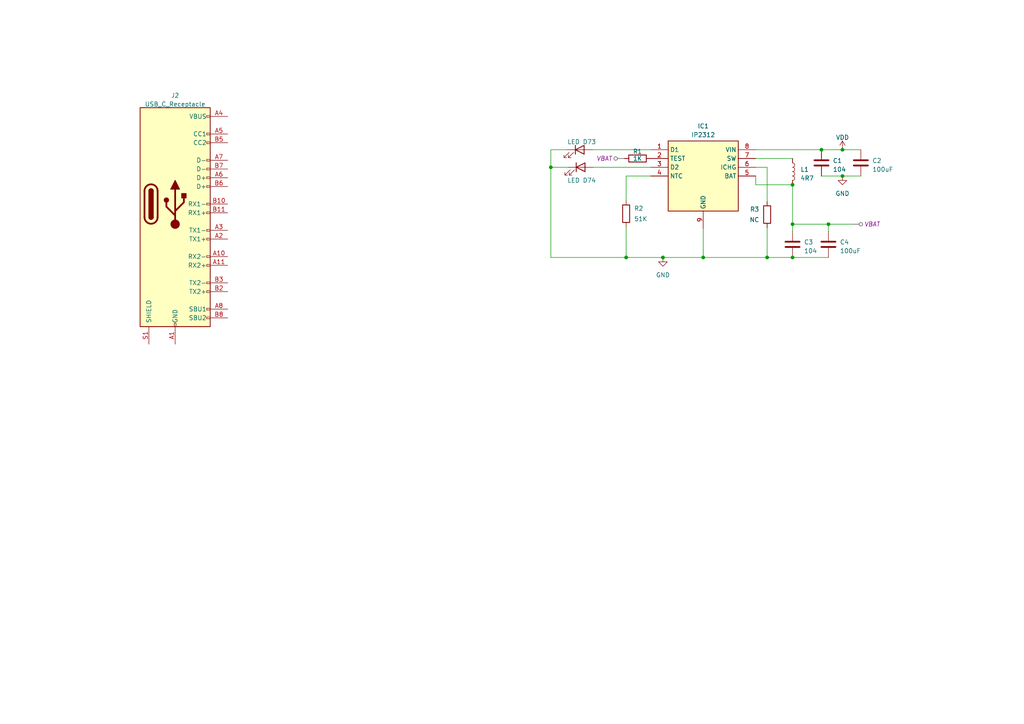
<source format=kicad_sch>
(kicad_sch (version 20230121) (generator eeschema)

  (uuid 4f7940e2-b91b-4252-9e27-e1b6a35ec61b)

  (paper "A4")

  (lib_symbols
    (symbol "Connector:USB_C_Receptacle" (pin_names (offset 1.016)) (in_bom yes) (on_board yes)
      (property "Reference" "J" (at -10.16 29.21 0)
        (effects (font (size 1.27 1.27)) (justify left))
      )
      (property "Value" "USB_C_Receptacle" (at 10.16 29.21 0)
        (effects (font (size 1.27 1.27)) (justify right))
      )
      (property "Footprint" "" (at 3.81 0 0)
        (effects (font (size 1.27 1.27)) hide)
      )
      (property "Datasheet" "https://www.usb.org/sites/default/files/documents/usb_type-c.zip" (at 3.81 0 0)
        (effects (font (size 1.27 1.27)) hide)
      )
      (property "ki_keywords" "usb universal serial bus type-C full-featured" (at 0 0 0)
        (effects (font (size 1.27 1.27)) hide)
      )
      (property "ki_description" "USB Full-Featured Type-C Receptacle connector" (at 0 0 0)
        (effects (font (size 1.27 1.27)) hide)
      )
      (property "ki_fp_filters" "USB*C*Receptacle*" (at 0 0 0)
        (effects (font (size 1.27 1.27)) hide)
      )
      (symbol "USB_C_Receptacle_0_0"
        (rectangle (start -0.254 -35.56) (end 0.254 -34.544)
          (stroke (width 0) (type default))
          (fill (type none))
        )
        (rectangle (start 10.16 -32.766) (end 9.144 -33.274)
          (stroke (width 0) (type default))
          (fill (type none))
        )
        (rectangle (start 10.16 -30.226) (end 9.144 -30.734)
          (stroke (width 0) (type default))
          (fill (type none))
        )
        (rectangle (start 10.16 -25.146) (end 9.144 -25.654)
          (stroke (width 0) (type default))
          (fill (type none))
        )
        (rectangle (start 10.16 -22.606) (end 9.144 -23.114)
          (stroke (width 0) (type default))
          (fill (type none))
        )
        (rectangle (start 10.16 -17.526) (end 9.144 -18.034)
          (stroke (width 0) (type default))
          (fill (type none))
        )
        (rectangle (start 10.16 -14.986) (end 9.144 -15.494)
          (stroke (width 0) (type default))
          (fill (type none))
        )
        (rectangle (start 10.16 -9.906) (end 9.144 -10.414)
          (stroke (width 0) (type default))
          (fill (type none))
        )
        (rectangle (start 10.16 -7.366) (end 9.144 -7.874)
          (stroke (width 0) (type default))
          (fill (type none))
        )
        (rectangle (start 10.16 -2.286) (end 9.144 -2.794)
          (stroke (width 0) (type default))
          (fill (type none))
        )
        (rectangle (start 10.16 0.254) (end 9.144 -0.254)
          (stroke (width 0) (type default))
          (fill (type none))
        )
        (rectangle (start 10.16 5.334) (end 9.144 4.826)
          (stroke (width 0) (type default))
          (fill (type none))
        )
        (rectangle (start 10.16 7.874) (end 9.144 7.366)
          (stroke (width 0) (type default))
          (fill (type none))
        )
        (rectangle (start 10.16 10.414) (end 9.144 9.906)
          (stroke (width 0) (type default))
          (fill (type none))
        )
        (rectangle (start 10.16 12.954) (end 9.144 12.446)
          (stroke (width 0) (type default))
          (fill (type none))
        )
        (rectangle (start 10.16 18.034) (end 9.144 17.526)
          (stroke (width 0) (type default))
          (fill (type none))
        )
        (rectangle (start 10.16 20.574) (end 9.144 20.066)
          (stroke (width 0) (type default))
          (fill (type none))
        )
        (rectangle (start 10.16 25.654) (end 9.144 25.146)
          (stroke (width 0) (type default))
          (fill (type none))
        )
      )
      (symbol "USB_C_Receptacle_0_1"
        (rectangle (start -10.16 27.94) (end 10.16 -35.56)
          (stroke (width 0.254) (type default))
          (fill (type background))
        )
        (arc (start -8.89 -3.81) (mid -6.985 -5.7067) (end -5.08 -3.81)
          (stroke (width 0.508) (type default))
          (fill (type none))
        )
        (arc (start -7.62 -3.81) (mid -6.985 -4.4423) (end -6.35 -3.81)
          (stroke (width 0.254) (type default))
          (fill (type none))
        )
        (arc (start -7.62 -3.81) (mid -6.985 -4.4423) (end -6.35 -3.81)
          (stroke (width 0.254) (type default))
          (fill (type outline))
        )
        (rectangle (start -7.62 -3.81) (end -6.35 3.81)
          (stroke (width 0.254) (type default))
          (fill (type outline))
        )
        (arc (start -6.35 3.81) (mid -6.985 4.4423) (end -7.62 3.81)
          (stroke (width 0.254) (type default))
          (fill (type none))
        )
        (arc (start -6.35 3.81) (mid -6.985 4.4423) (end -7.62 3.81)
          (stroke (width 0.254) (type default))
          (fill (type outline))
        )
        (arc (start -5.08 3.81) (mid -6.985 5.7067) (end -8.89 3.81)
          (stroke (width 0.508) (type default))
          (fill (type none))
        )
        (polyline
          (pts
            (xy -8.89 -3.81)
            (xy -8.89 3.81)
          )
          (stroke (width 0.508) (type default))
          (fill (type none))
        )
        (polyline
          (pts
            (xy -5.08 3.81)
            (xy -5.08 -3.81)
          )
          (stroke (width 0.508) (type default))
          (fill (type none))
        )
      )
      (symbol "USB_C_Receptacle_1_1"
        (circle (center -2.54 1.143) (radius 0.635)
          (stroke (width 0.254) (type default))
          (fill (type outline))
        )
        (circle (center 0 -5.842) (radius 1.27)
          (stroke (width 0) (type default))
          (fill (type outline))
        )
        (polyline
          (pts
            (xy 0 -5.842)
            (xy 0 4.318)
          )
          (stroke (width 0.508) (type default))
          (fill (type none))
        )
        (polyline
          (pts
            (xy 0 -3.302)
            (xy -2.54 -0.762)
            (xy -2.54 0.508)
          )
          (stroke (width 0.508) (type default))
          (fill (type none))
        )
        (polyline
          (pts
            (xy 0 -2.032)
            (xy 2.54 0.508)
            (xy 2.54 1.778)
          )
          (stroke (width 0.508) (type default))
          (fill (type none))
        )
        (polyline
          (pts
            (xy -1.27 4.318)
            (xy 0 6.858)
            (xy 1.27 4.318)
            (xy -1.27 4.318)
          )
          (stroke (width 0.254) (type default))
          (fill (type outline))
        )
        (rectangle (start 1.905 1.778) (end 3.175 3.048)
          (stroke (width 0.254) (type default))
          (fill (type outline))
        )
        (pin passive line (at 0 -40.64 90) (length 5.08)
          (name "GND" (effects (font (size 1.27 1.27))))
          (number "A1" (effects (font (size 1.27 1.27))))
        )
        (pin bidirectional line (at 15.24 -15.24 180) (length 5.08)
          (name "RX2-" (effects (font (size 1.27 1.27))))
          (number "A10" (effects (font (size 1.27 1.27))))
        )
        (pin bidirectional line (at 15.24 -17.78 180) (length 5.08)
          (name "RX2+" (effects (font (size 1.27 1.27))))
          (number "A11" (effects (font (size 1.27 1.27))))
        )
        (pin passive line (at 0 -40.64 90) (length 5.08) hide
          (name "GND" (effects (font (size 1.27 1.27))))
          (number "A12" (effects (font (size 1.27 1.27))))
        )
        (pin bidirectional line (at 15.24 -10.16 180) (length 5.08)
          (name "TX1+" (effects (font (size 1.27 1.27))))
          (number "A2" (effects (font (size 1.27 1.27))))
        )
        (pin bidirectional line (at 15.24 -7.62 180) (length 5.08)
          (name "TX1-" (effects (font (size 1.27 1.27))))
          (number "A3" (effects (font (size 1.27 1.27))))
        )
        (pin passive line (at 15.24 25.4 180) (length 5.08)
          (name "VBUS" (effects (font (size 1.27 1.27))))
          (number "A4" (effects (font (size 1.27 1.27))))
        )
        (pin bidirectional line (at 15.24 20.32 180) (length 5.08)
          (name "CC1" (effects (font (size 1.27 1.27))))
          (number "A5" (effects (font (size 1.27 1.27))))
        )
        (pin bidirectional line (at 15.24 7.62 180) (length 5.08)
          (name "D+" (effects (font (size 1.27 1.27))))
          (number "A6" (effects (font (size 1.27 1.27))))
        )
        (pin bidirectional line (at 15.24 12.7 180) (length 5.08)
          (name "D-" (effects (font (size 1.27 1.27))))
          (number "A7" (effects (font (size 1.27 1.27))))
        )
        (pin bidirectional line (at 15.24 -30.48 180) (length 5.08)
          (name "SBU1" (effects (font (size 1.27 1.27))))
          (number "A8" (effects (font (size 1.27 1.27))))
        )
        (pin passive line (at 15.24 25.4 180) (length 5.08) hide
          (name "VBUS" (effects (font (size 1.27 1.27))))
          (number "A9" (effects (font (size 1.27 1.27))))
        )
        (pin passive line (at 0 -40.64 90) (length 5.08) hide
          (name "GND" (effects (font (size 1.27 1.27))))
          (number "B1" (effects (font (size 1.27 1.27))))
        )
        (pin bidirectional line (at 15.24 0 180) (length 5.08)
          (name "RX1-" (effects (font (size 1.27 1.27))))
          (number "B10" (effects (font (size 1.27 1.27))))
        )
        (pin bidirectional line (at 15.24 -2.54 180) (length 5.08)
          (name "RX1+" (effects (font (size 1.27 1.27))))
          (number "B11" (effects (font (size 1.27 1.27))))
        )
        (pin passive line (at 0 -40.64 90) (length 5.08) hide
          (name "GND" (effects (font (size 1.27 1.27))))
          (number "B12" (effects (font (size 1.27 1.27))))
        )
        (pin bidirectional line (at 15.24 -25.4 180) (length 5.08)
          (name "TX2+" (effects (font (size 1.27 1.27))))
          (number "B2" (effects (font (size 1.27 1.27))))
        )
        (pin bidirectional line (at 15.24 -22.86 180) (length 5.08)
          (name "TX2-" (effects (font (size 1.27 1.27))))
          (number "B3" (effects (font (size 1.27 1.27))))
        )
        (pin passive line (at 15.24 25.4 180) (length 5.08) hide
          (name "VBUS" (effects (font (size 1.27 1.27))))
          (number "B4" (effects (font (size 1.27 1.27))))
        )
        (pin bidirectional line (at 15.24 17.78 180) (length 5.08)
          (name "CC2" (effects (font (size 1.27 1.27))))
          (number "B5" (effects (font (size 1.27 1.27))))
        )
        (pin bidirectional line (at 15.24 5.08 180) (length 5.08)
          (name "D+" (effects (font (size 1.27 1.27))))
          (number "B6" (effects (font (size 1.27 1.27))))
        )
        (pin bidirectional line (at 15.24 10.16 180) (length 5.08)
          (name "D-" (effects (font (size 1.27 1.27))))
          (number "B7" (effects (font (size 1.27 1.27))))
        )
        (pin bidirectional line (at 15.24 -33.02 180) (length 5.08)
          (name "SBU2" (effects (font (size 1.27 1.27))))
          (number "B8" (effects (font (size 1.27 1.27))))
        )
        (pin passive line (at 15.24 25.4 180) (length 5.08) hide
          (name "VBUS" (effects (font (size 1.27 1.27))))
          (number "B9" (effects (font (size 1.27 1.27))))
        )
        (pin passive line (at -7.62 -40.64 90) (length 5.08)
          (name "SHIELD" (effects (font (size 1.27 1.27))))
          (number "S1" (effects (font (size 1.27 1.27))))
        )
      )
    )
    (symbol "Device:C" (pin_numbers hide) (pin_names (offset 0.254)) (in_bom yes) (on_board yes)
      (property "Reference" "C" (at 0.635 2.54 0)
        (effects (font (size 1.27 1.27)) (justify left))
      )
      (property "Value" "C" (at 0.635 -2.54 0)
        (effects (font (size 1.27 1.27)) (justify left))
      )
      (property "Footprint" "" (at 0.9652 -3.81 0)
        (effects (font (size 1.27 1.27)) hide)
      )
      (property "Datasheet" "~" (at 0 0 0)
        (effects (font (size 1.27 1.27)) hide)
      )
      (property "ki_keywords" "cap capacitor" (at 0 0 0)
        (effects (font (size 1.27 1.27)) hide)
      )
      (property "ki_description" "Unpolarized capacitor" (at 0 0 0)
        (effects (font (size 1.27 1.27)) hide)
      )
      (property "ki_fp_filters" "C_*" (at 0 0 0)
        (effects (font (size 1.27 1.27)) hide)
      )
      (symbol "C_0_1"
        (polyline
          (pts
            (xy -2.032 -0.762)
            (xy 2.032 -0.762)
          )
          (stroke (width 0.508) (type default))
          (fill (type none))
        )
        (polyline
          (pts
            (xy -2.032 0.762)
            (xy 2.032 0.762)
          )
          (stroke (width 0.508) (type default))
          (fill (type none))
        )
      )
      (symbol "C_1_1"
        (pin passive line (at 0 3.81 270) (length 2.794)
          (name "~" (effects (font (size 1.27 1.27))))
          (number "1" (effects (font (size 1.27 1.27))))
        )
        (pin passive line (at 0 -3.81 90) (length 2.794)
          (name "~" (effects (font (size 1.27 1.27))))
          (number "2" (effects (font (size 1.27 1.27))))
        )
      )
    )
    (symbol "Device:L" (pin_numbers hide) (pin_names (offset 1.016) hide) (in_bom yes) (on_board yes)
      (property "Reference" "L" (at -1.27 0 90)
        (effects (font (size 1.27 1.27)))
      )
      (property "Value" "L" (at 1.905 0 90)
        (effects (font (size 1.27 1.27)))
      )
      (property "Footprint" "" (at 0 0 0)
        (effects (font (size 1.27 1.27)) hide)
      )
      (property "Datasheet" "~" (at 0 0 0)
        (effects (font (size 1.27 1.27)) hide)
      )
      (property "ki_keywords" "inductor choke coil reactor magnetic" (at 0 0 0)
        (effects (font (size 1.27 1.27)) hide)
      )
      (property "ki_description" "Inductor" (at 0 0 0)
        (effects (font (size 1.27 1.27)) hide)
      )
      (property "ki_fp_filters" "Choke_* *Coil* Inductor_* L_*" (at 0 0 0)
        (effects (font (size 1.27 1.27)) hide)
      )
      (symbol "L_0_1"
        (arc (start 0 -2.54) (mid 0.6323 -1.905) (end 0 -1.27)
          (stroke (width 0) (type default))
          (fill (type none))
        )
        (arc (start 0 -1.27) (mid 0.6323 -0.635) (end 0 0)
          (stroke (width 0) (type default))
          (fill (type none))
        )
        (arc (start 0 0) (mid 0.6323 0.635) (end 0 1.27)
          (stroke (width 0) (type default))
          (fill (type none))
        )
        (arc (start 0 1.27) (mid 0.6323 1.905) (end 0 2.54)
          (stroke (width 0) (type default))
          (fill (type none))
        )
      )
      (symbol "L_1_1"
        (pin passive line (at 0 3.81 270) (length 1.27)
          (name "1" (effects (font (size 1.27 1.27))))
          (number "1" (effects (font (size 1.27 1.27))))
        )
        (pin passive line (at 0 -3.81 90) (length 1.27)
          (name "2" (effects (font (size 1.27 1.27))))
          (number "2" (effects (font (size 1.27 1.27))))
        )
      )
    )
    (symbol "Device:LED" (pin_numbers hide) (pin_names (offset 1.016) hide) (in_bom yes) (on_board yes)
      (property "Reference" "D" (at 0 2.54 0)
        (effects (font (size 1.27 1.27)))
      )
      (property "Value" "LED" (at 0 -2.54 0)
        (effects (font (size 1.27 1.27)))
      )
      (property "Footprint" "" (at 0 0 0)
        (effects (font (size 1.27 1.27)) hide)
      )
      (property "Datasheet" "~" (at 0 0 0)
        (effects (font (size 1.27 1.27)) hide)
      )
      (property "ki_keywords" "LED diode" (at 0 0 0)
        (effects (font (size 1.27 1.27)) hide)
      )
      (property "ki_description" "Light emitting diode" (at 0 0 0)
        (effects (font (size 1.27 1.27)) hide)
      )
      (property "ki_fp_filters" "LED* LED_SMD:* LED_THT:*" (at 0 0 0)
        (effects (font (size 1.27 1.27)) hide)
      )
      (symbol "LED_0_1"
        (polyline
          (pts
            (xy -1.27 -1.27)
            (xy -1.27 1.27)
          )
          (stroke (width 0.254) (type default))
          (fill (type none))
        )
        (polyline
          (pts
            (xy -1.27 0)
            (xy 1.27 0)
          )
          (stroke (width 0) (type default))
          (fill (type none))
        )
        (polyline
          (pts
            (xy 1.27 -1.27)
            (xy 1.27 1.27)
            (xy -1.27 0)
            (xy 1.27 -1.27)
          )
          (stroke (width 0.254) (type default))
          (fill (type none))
        )
        (polyline
          (pts
            (xy -3.048 -0.762)
            (xy -4.572 -2.286)
            (xy -3.81 -2.286)
            (xy -4.572 -2.286)
            (xy -4.572 -1.524)
          )
          (stroke (width 0) (type default))
          (fill (type none))
        )
        (polyline
          (pts
            (xy -1.778 -0.762)
            (xy -3.302 -2.286)
            (xy -2.54 -2.286)
            (xy -3.302 -2.286)
            (xy -3.302 -1.524)
          )
          (stroke (width 0) (type default))
          (fill (type none))
        )
      )
      (symbol "LED_1_1"
        (pin passive line (at -3.81 0 0) (length 2.54)
          (name "K" (effects (font (size 1.27 1.27))))
          (number "1" (effects (font (size 1.27 1.27))))
        )
        (pin passive line (at 3.81 0 180) (length 2.54)
          (name "A" (effects (font (size 1.27 1.27))))
          (number "2" (effects (font (size 1.27 1.27))))
        )
      )
    )
    (symbol "Device:R" (pin_numbers hide) (pin_names (offset 0)) (in_bom yes) (on_board yes)
      (property "Reference" "R" (at 2.032 0 90)
        (effects (font (size 1.27 1.27)))
      )
      (property "Value" "R" (at 0 0 90)
        (effects (font (size 1.27 1.27)))
      )
      (property "Footprint" "" (at -1.778 0 90)
        (effects (font (size 1.27 1.27)) hide)
      )
      (property "Datasheet" "~" (at 0 0 0)
        (effects (font (size 1.27 1.27)) hide)
      )
      (property "ki_keywords" "R res resistor" (at 0 0 0)
        (effects (font (size 1.27 1.27)) hide)
      )
      (property "ki_description" "Resistor" (at 0 0 0)
        (effects (font (size 1.27 1.27)) hide)
      )
      (property "ki_fp_filters" "R_*" (at 0 0 0)
        (effects (font (size 1.27 1.27)) hide)
      )
      (symbol "R_0_1"
        (rectangle (start -1.016 -2.54) (end 1.016 2.54)
          (stroke (width 0.254) (type default))
          (fill (type none))
        )
      )
      (symbol "R_1_1"
        (pin passive line (at 0 3.81 270) (length 1.27)
          (name "~" (effects (font (size 1.27 1.27))))
          (number "1" (effects (font (size 1.27 1.27))))
        )
        (pin passive line (at 0 -3.81 90) (length 1.27)
          (name "~" (effects (font (size 1.27 1.27))))
          (number "2" (effects (font (size 1.27 1.27))))
        )
      )
    )
    (symbol "GND_1" (power) (pin_numbers hide) (pin_names (offset 0) hide) (in_bom yes) (on_board yes)
      (property "Reference" "#PWR" (at 0 -6.35 0)
        (effects (font (size 1.27 1.27)) hide)
      )
      (property "Value" "GND_1" (at 0 -3.81 0)
        (effects (font (size 1.27 1.27)))
      )
      (property "Footprint" "" (at 0 0 0)
        (effects (font (size 1.27 1.27)) hide)
      )
      (property "Datasheet" "" (at 0 0 0)
        (effects (font (size 1.27 1.27)) hide)
      )
      (property "ki_keywords" "global power" (at 0 0 0)
        (effects (font (size 1.27 1.27)) hide)
      )
      (property "ki_description" "Power symbol creates a global label with name \"GND\" , ground" (at 0 0 0)
        (effects (font (size 1.27 1.27)) hide)
      )
      (symbol "GND_1_0_1"
        (polyline
          (pts
            (xy 0 0)
            (xy 0 -1.27)
            (xy 1.27 -1.27)
            (xy 0 -2.54)
            (xy -1.27 -1.27)
            (xy 0 -1.27)
          )
          (stroke (width 0) (type default))
          (fill (type none))
        )
      )
      (symbol "GND_1_1_1"
        (pin power_in line (at 0 0 270) (length 0) hide
          (name "GND" (effects (font (size 1.27 1.27))))
          (number "1" (effects (font (size 1.27 1.27))))
        )
      )
    )
    (symbol "IP2312:IP2312" (in_bom yes) (on_board yes)
      (property "Reference" "IC" (at 26.67 7.62 0)
        (effects (font (size 1.27 1.27)) (justify left top))
      )
      (property "Value" "IP2312" (at 26.67 5.08 0)
        (effects (font (size 1.27 1.27)) (justify left top))
      )
      (property "Footprint" "SOIC127P600X165-9N" (at 26.67 -94.92 0)
        (effects (font (size 1.27 1.27)) (justify left top) hide)
      )
      (property "Datasheet" "http://www.szjuquan.com/upload_files/qb_sell_/pdf/IP2312.pdf" (at 26.67 -194.92 0)
        (effects (font (size 1.27 1.27)) (justify left top) hide)
      )
      (property "Height" "1.65" (at 26.67 -394.92 0)
        (effects (font (size 1.27 1.27)) (justify left top) hide)
      )
      (property "Manufacturer_Name" "INJOINIC" (at 26.67 -494.92 0)
        (effects (font (size 1.27 1.27)) (justify left top) hide)
      )
      (property "Manufacturer_Part_Number" "IP2312" (at 26.67 -594.92 0)
        (effects (font (size 1.27 1.27)) (justify left top) hide)
      )
      (property "Mouser Part Number" "" (at 26.67 -694.92 0)
        (effects (font (size 1.27 1.27)) (justify left top) hide)
      )
      (property "Mouser Price/Stock" "" (at 26.67 -794.92 0)
        (effects (font (size 1.27 1.27)) (justify left top) hide)
      )
      (property "Arrow Part Number" "" (at 26.67 -894.92 0)
        (effects (font (size 1.27 1.27)) (justify left top) hide)
      )
      (property "Arrow Price/Stock" "" (at 26.67 -994.92 0)
        (effects (font (size 1.27 1.27)) (justify left top) hide)
      )
      (property "ki_description" "ESOP-8L DC-DC Converters RoHS" (at 0 0 0)
        (effects (font (size 1.27 1.27)) hide)
      )
      (symbol "IP2312_1_1"
        (rectangle (start 5.08 2.54) (end 25.4 -17.78)
          (stroke (width 0.254) (type default))
          (fill (type background))
        )
        (pin passive line (at 0 0 0) (length 5.08)
          (name "D1" (effects (font (size 1.27 1.27))))
          (number "1" (effects (font (size 1.27 1.27))))
        )
        (pin passive line (at 0 -2.54 0) (length 5.08)
          (name "TEST" (effects (font (size 1.27 1.27))))
          (number "2" (effects (font (size 1.27 1.27))))
        )
        (pin passive line (at 0 -5.08 0) (length 5.08)
          (name "D2" (effects (font (size 1.27 1.27))))
          (number "3" (effects (font (size 1.27 1.27))))
        )
        (pin passive line (at 0 -7.62 0) (length 5.08)
          (name "NTC" (effects (font (size 1.27 1.27))))
          (number "4" (effects (font (size 1.27 1.27))))
        )
        (pin passive line (at 30.48 -7.62 180) (length 5.08)
          (name "BAT" (effects (font (size 1.27 1.27))))
          (number "5" (effects (font (size 1.27 1.27))))
        )
        (pin passive line (at 30.48 -5.08 180) (length 5.08)
          (name "ICHG" (effects (font (size 1.27 1.27))))
          (number "6" (effects (font (size 1.27 1.27))))
        )
        (pin passive line (at 30.48 -2.54 180) (length 5.08)
          (name "SW" (effects (font (size 1.27 1.27))))
          (number "7" (effects (font (size 1.27 1.27))))
        )
        (pin passive line (at 30.48 0 180) (length 5.08)
          (name "VIN" (effects (font (size 1.27 1.27))))
          (number "8" (effects (font (size 1.27 1.27))))
        )
        (pin passive line (at 15.24 -22.86 90) (length 5.08)
          (name "GND" (effects (font (size 1.27 1.27))))
          (number "9" (effects (font (size 1.27 1.27))))
        )
      )
    )
    (symbol "VDD_1" (power) (pin_numbers hide) (pin_names (offset 0) hide) (in_bom yes) (on_board yes)
      (property "Reference" "#PWR" (at 0 -3.81 0)
        (effects (font (size 1.27 1.27)) hide)
      )
      (property "Value" "VDD_1" (at 0 3.81 0)
        (effects (font (size 1.27 1.27)))
      )
      (property "Footprint" "" (at 0 0 0)
        (effects (font (size 1.27 1.27)) hide)
      )
      (property "Datasheet" "" (at 0 0 0)
        (effects (font (size 1.27 1.27)) hide)
      )
      (property "ki_keywords" "global power" (at 0 0 0)
        (effects (font (size 1.27 1.27)) hide)
      )
      (property "ki_description" "Power symbol creates a global label with name \"VDD\"" (at 0 0 0)
        (effects (font (size 1.27 1.27)) hide)
      )
      (symbol "VDD_1_0_1"
        (polyline
          (pts
            (xy -0.762 1.27)
            (xy 0 2.54)
          )
          (stroke (width 0) (type default))
          (fill (type none))
        )
        (polyline
          (pts
            (xy 0 0)
            (xy 0 2.54)
          )
          (stroke (width 0) (type default))
          (fill (type none))
        )
        (polyline
          (pts
            (xy 0 2.54)
            (xy 0.762 1.27)
          )
          (stroke (width 0) (type default))
          (fill (type none))
        )
      )
      (symbol "VDD_1_1_1"
        (pin power_in line (at 0 0 90) (length 0) hide
          (name "VDD" (effects (font (size 1.27 1.27))))
          (number "1" (effects (font (size 1.27 1.27))))
        )
      )
    )
    (symbol "power:GND" (power) (pin_numbers hide) (pin_names (offset 0) hide) (in_bom yes) (on_board yes)
      (property "Reference" "#PWR" (at 0 -6.35 0)
        (effects (font (size 1.27 1.27)) hide)
      )
      (property "Value" "GND" (at 0 -3.81 0)
        (effects (font (size 1.27 1.27)))
      )
      (property "Footprint" "" (at 0 0 0)
        (effects (font (size 1.27 1.27)) hide)
      )
      (property "Datasheet" "" (at 0 0 0)
        (effects (font (size 1.27 1.27)) hide)
      )
      (property "ki_keywords" "global power" (at 0 0 0)
        (effects (font (size 1.27 1.27)) hide)
      )
      (property "ki_description" "Power symbol creates a global label with name \"GND\" , ground" (at 0 0 0)
        (effects (font (size 1.27 1.27)) hide)
      )
      (symbol "GND_0_1"
        (polyline
          (pts
            (xy 0 0)
            (xy 0 -1.27)
            (xy 1.27 -1.27)
            (xy 0 -2.54)
            (xy -1.27 -1.27)
            (xy 0 -1.27)
          )
          (stroke (width 0) (type default))
          (fill (type none))
        )
      )
      (symbol "GND_1_1"
        (pin power_in line (at 0 0 270) (length 0) hide
          (name "GND" (effects (font (size 1.27 1.27))))
          (number "1" (effects (font (size 1.27 1.27))))
        )
      )
    )
  )

  (junction (at 229.87 74.676) (diameter 0) (color 0 0 0 0)
    (uuid 01305aae-cb05-41e7-8dc5-5f089b957221)
  )
  (junction (at 229.87 53.594) (diameter 0) (color 0 0 0 0)
    (uuid 16a1e78d-192f-4a51-b638-3d043c00edb5)
  )
  (junction (at 244.348 43.434) (diameter 0) (color 0 0 0 0)
    (uuid 67c481bc-0a9e-4a76-bf62-704eb4b7aa8f)
  )
  (junction (at 229.87 65.024) (diameter 0) (color 0 0 0 0)
    (uuid 6eac5d59-12c8-4f3c-af92-51acb6a955e5)
  )
  (junction (at 192.278 74.676) (diameter 0) (color 0 0 0 0)
    (uuid 79a57c7f-eb65-4c4a-ab25-96b6775dff28)
  )
  (junction (at 240.284 65.024) (diameter 0) (color 0 0 0 0)
    (uuid 88f7bfd5-7f8f-4f39-9286-0d372045db66)
  )
  (junction (at 222.504 74.676) (diameter 0) (color 0 0 0 0)
    (uuid a34e64f9-2548-463b-81d8-87ef0cc1286d)
  )
  (junction (at 238.252 43.434) (diameter 0) (color 0 0 0 0)
    (uuid b11cc41b-f652-4eaa-b4fe-69508aaf98cb)
  )
  (junction (at 203.962 74.676) (diameter 0) (color 0 0 0 0)
    (uuid be4e8dae-f8fd-4901-adf8-100caa0cead7)
  )
  (junction (at 181.61 74.676) (diameter 0) (color 0 0 0 0)
    (uuid c3dcee97-c3cb-430b-b83b-a8ecd44de862)
  )
  (junction (at 159.766 48.514) (diameter 0) (color 0 0 0 0)
    (uuid cee0fd0b-14d3-4b81-85f5-813997b7d689)
  )
  (junction (at 244.348 51.054) (diameter 0) (color 0 0 0 0)
    (uuid e64d0f7c-a0aa-4ed6-87bf-f30a333b06dc)
  )

  (wire (pts (xy 244.348 43.434) (xy 249.682 43.434))
    (stroke (width 0) (type default))
    (uuid 041b8332-2990-492a-8268-6a30e2146a09)
  )
  (wire (pts (xy 222.504 48.514) (xy 219.202 48.514))
    (stroke (width 0) (type default))
    (uuid 0a915d65-4972-42d7-a32a-322783860d8a)
  )
  (wire (pts (xy 181.61 74.676) (xy 192.278 74.676))
    (stroke (width 0) (type default))
    (uuid 11c711c1-c1da-4c2a-bbae-fdc4264187dc)
  )
  (wire (pts (xy 229.87 65.024) (xy 240.284 65.024))
    (stroke (width 0) (type default))
    (uuid 15dd2093-e882-4627-9a81-af7e9d10028e)
  )
  (wire (pts (xy 192.278 74.676) (xy 203.962 74.676))
    (stroke (width 0) (type default))
    (uuid 17f12a9a-fa90-4b4f-90bc-36a868faadb9)
  )
  (wire (pts (xy 222.504 66.04) (xy 222.504 74.676))
    (stroke (width 0) (type default))
    (uuid 1f51ddd3-e5bb-4d06-84f3-2a0cc0b9a11c)
  )
  (wire (pts (xy 219.202 51.054) (xy 219.202 53.594))
    (stroke (width 0) (type default))
    (uuid 2018c97b-bba7-4fde-b67c-2069bd91cf49)
  )
  (wire (pts (xy 172.212 48.514) (xy 188.722 48.514))
    (stroke (width 0) (type default))
    (uuid 25870d55-4fea-4feb-8d7f-317e25f497a1)
  )
  (wire (pts (xy 240.284 65.024) (xy 247.142 65.024))
    (stroke (width 0) (type default))
    (uuid 26553689-d899-4d8a-b63b-a1f5096db7b7)
  )
  (wire (pts (xy 159.766 43.434) (xy 159.766 48.514))
    (stroke (width 0) (type default))
    (uuid 30c1526a-7e20-4d78-96f7-dab1dbe321d5)
  )
  (wire (pts (xy 171.958 43.434) (xy 188.722 43.434))
    (stroke (width 0) (type default))
    (uuid 3a0e58ff-297f-4f59-82b9-11140849286f)
  )
  (wire (pts (xy 222.504 74.676) (xy 229.87 74.676))
    (stroke (width 0) (type default))
    (uuid 5140c7ee-87db-41da-8b7a-69389754d35b)
  )
  (wire (pts (xy 238.252 51.054) (xy 244.348 51.054))
    (stroke (width 0) (type default))
    (uuid 5edf21c7-ef5a-4b36-9da8-71fdf449be3a)
  )
  (wire (pts (xy 229.87 74.676) (xy 240.284 74.676))
    (stroke (width 0) (type default))
    (uuid 67a792b0-cf88-4f70-91e4-bd36ff0968f5)
  )
  (wire (pts (xy 219.202 53.594) (xy 229.87 53.594))
    (stroke (width 0) (type default))
    (uuid 77f2f530-667e-4d66-83d4-148d84cf87d1)
  )
  (wire (pts (xy 159.766 74.676) (xy 181.61 74.676))
    (stroke (width 0) (type default))
    (uuid 7bd61336-af06-4cf5-976a-cfd201691bf0)
  )
  (wire (pts (xy 159.766 43.434) (xy 164.338 43.434))
    (stroke (width 0) (type default))
    (uuid 7d2780a3-2887-4082-8d3a-b35851db1c39)
  )
  (wire (pts (xy 222.504 48.514) (xy 222.504 58.42))
    (stroke (width 0) (type default))
    (uuid 84de7d80-b3ca-486b-bbb5-8c23c45b4155)
  )
  (wire (pts (xy 219.202 45.974) (xy 229.87 45.974))
    (stroke (width 0) (type default))
    (uuid 8833040e-4fca-4b54-bdee-46b8b867d618)
  )
  (wire (pts (xy 164.592 48.514) (xy 159.766 48.514))
    (stroke (width 0) (type default))
    (uuid 8bc22440-41b2-4bac-a65e-57d2fa22f927)
  )
  (wire (pts (xy 181.61 65.786) (xy 181.61 74.676))
    (stroke (width 0) (type default))
    (uuid 93e0ba67-c06f-4cc8-a0ce-d85be676152f)
  )
  (wire (pts (xy 181.61 51.054) (xy 181.61 58.166))
    (stroke (width 0) (type default))
    (uuid 9ec134fc-04cb-4c66-b5bd-26e752a873c3)
  )
  (wire (pts (xy 222.504 74.676) (xy 203.962 74.676))
    (stroke (width 0) (type default))
    (uuid a00797f1-5b70-4808-873e-dc7b0e456612)
  )
  (wire (pts (xy 229.87 65.024) (xy 229.87 53.594))
    (stroke (width 0) (type default))
    (uuid a4057a6c-9427-4937-9f0b-597d7e16ab62)
  )
  (wire (pts (xy 238.252 43.434) (xy 244.348 43.434))
    (stroke (width 0) (type default))
    (uuid ba28ba0e-390a-4d8c-99cd-c02f6da50f68)
  )
  (wire (pts (xy 159.766 48.514) (xy 159.766 74.676))
    (stroke (width 0) (type default))
    (uuid bbee4d0b-83b7-4a76-a908-39671bffbac5)
  )
  (wire (pts (xy 188.722 51.054) (xy 181.61 51.054))
    (stroke (width 0) (type default))
    (uuid bded3277-c624-46f6-888b-3b4eb9f290fd)
  )
  (wire (pts (xy 240.284 67.056) (xy 240.284 65.024))
    (stroke (width 0) (type default))
    (uuid c8cccbcd-65e4-4b75-9a66-bd6f318a2281)
  )
  (wire (pts (xy 244.348 51.054) (xy 249.682 51.054))
    (stroke (width 0) (type default))
    (uuid cea2010e-e6b2-42b3-9089-4d62c295524a)
  )
  (wire (pts (xy 203.962 74.676) (xy 203.962 66.294))
    (stroke (width 0) (type default))
    (uuid dd2d414e-c00b-4c55-bd34-a13deac89a59)
  )
  (wire (pts (xy 219.202 43.434) (xy 238.252 43.434))
    (stroke (width 0) (type default))
    (uuid fcd06507-7f7c-406c-b618-49b2165aa34c)
  )
  (wire (pts (xy 229.87 67.056) (xy 229.87 65.024))
    (stroke (width 0) (type default))
    (uuid ff9cd769-c084-433a-83b4-9093ef66c5b9)
  )

  (netclass_flag "" (length 2.54) (shape round) (at 247.142 65.024 270)
    (effects (font (size 1.27 1.27)) (justify right bottom))
    (uuid 9e2557a7-5dd1-4eee-a603-634a013e997e)
    (property "Netclass" "VBAT" (at 255.27 65.024 0)
      (effects (font (size 1.27 1.27) italic) (justify right))
    )
  )
  (netclass_flag "" (length 2.54) (shape round) (at 181.102 45.974 90)
    (effects (font (size 1.27 1.27)) (justify left bottom))
    (uuid a9860c46-a6f9-4fab-ad7f-52fcb27879c3)
    (property "Netclass" "VBAT" (at 172.974 45.974 0)
      (effects (font (size 1.27 1.27) italic) (justify left))
    )
  )

  (symbol (lib_id "Device:C") (at 229.87 70.866 0) (unit 1)
    (in_bom yes) (on_board yes) (dnp no) (fields_autoplaced)
    (uuid 0ab36be7-c772-4639-88fb-162029ba4d0c)
    (property "Reference" "C3" (at 233.172 70.231 0)
      (effects (font (size 1.27 1.27)) (justify left))
    )
    (property "Value" "104" (at 233.172 72.771 0)
      (effects (font (size 1.27 1.27)) (justify left))
    )
    (property "Footprint" "" (at 230.8352 74.676 0)
      (effects (font (size 1.27 1.27)) hide)
    )
    (property "Datasheet" "~" (at 229.87 70.866 0)
      (effects (font (size 1.27 1.27)) hide)
    )
    (pin "1" (uuid df3a2ce0-74b8-48f5-bf49-743a26bd101c))
    (pin "2" (uuid 8dad1886-730f-41b0-b081-c97835d8cfc1))
    (instances
      (project "hazzel_right"
        (path "/0c58979d-0266-4c3b-8be3-5cbd68db6aec/8cfd6f2e-efb2-4fc8-9b80-cb161925a9ab"
          (reference "C3") (unit 1)
        )
      )
    )
  )

  (symbol (lib_id "power:GND") (at 192.278 74.676 0) (unit 1)
    (in_bom yes) (on_board yes) (dnp no) (fields_autoplaced)
    (uuid 24579e46-0c79-441f-989a-46dd66809d31)
    (property "Reference" "#PWR01" (at 192.278 81.026 0)
      (effects (font (size 1.27 1.27)) hide)
    )
    (property "Value" "GND" (at 192.278 79.756 0)
      (effects (font (size 1.27 1.27)))
    )
    (property "Footprint" "" (at 192.278 74.676 0)
      (effects (font (size 1.27 1.27)) hide)
    )
    (property "Datasheet" "" (at 192.278 74.676 0)
      (effects (font (size 1.27 1.27)) hide)
    )
    (pin "1" (uuid fff86a1a-afb9-4ab3-89ef-92773cede268))
    (instances
      (project "hazzel_right"
        (path "/0c58979d-0266-4c3b-8be3-5cbd68db6aec"
          (reference "#PWR01") (unit 1)
        )
        (path "/0c58979d-0266-4c3b-8be3-5cbd68db6aec/8e514dfd-cddf-4ee2-b1c1-5704f6f068da"
          (reference "#PWR02") (unit 1)
        )
        (path "/0c58979d-0266-4c3b-8be3-5cbd68db6aec/8cfd6f2e-efb2-4fc8-9b80-cb161925a9ab"
          (reference "#PWR05") (unit 1)
        )
      )
      (project "hazzel_left"
        (path "/fbfe9e9f-31dd-43dd-9fbe-9e4bf26e2eb2"
          (reference "#PWR01") (unit 1)
        )
      )
    )
  )

  (symbol (lib_id "Device:R") (at 222.504 62.23 0) (mirror y) (unit 1)
    (in_bom yes) (on_board yes) (dnp no)
    (uuid 38890c62-4fb2-4535-8b39-768a35756014)
    (property "Reference" "R3" (at 220.218 60.706 0)
      (effects (font (size 1.27 1.27)) (justify left))
    )
    (property "Value" "NC" (at 220.218 63.754 0)
      (effects (font (size 1.27 1.27)) (justify left))
    )
    (property "Footprint" "" (at 224.282 62.23 90)
      (effects (font (size 1.27 1.27)) hide)
    )
    (property "Datasheet" "~" (at 222.504 62.23 0)
      (effects (font (size 1.27 1.27)) hide)
    )
    (pin "1" (uuid e7c9f6f1-ffcf-4c61-9393-93b7445ddaef))
    (pin "2" (uuid 4ddf6580-2b5b-43b8-b123-5608632085c9))
    (instances
      (project "hazzel_right"
        (path "/0c58979d-0266-4c3b-8be3-5cbd68db6aec/8cfd6f2e-efb2-4fc8-9b80-cb161925a9ab"
          (reference "R3") (unit 1)
        )
      )
    )
  )

  (symbol (lib_id "Device:C") (at 238.252 47.244 0) (unit 1)
    (in_bom yes) (on_board yes) (dnp no) (fields_autoplaced)
    (uuid 446816df-b9ff-4f75-9e37-d0e2d292de7e)
    (property "Reference" "C1" (at 241.554 46.609 0)
      (effects (font (size 1.27 1.27)) (justify left))
    )
    (property "Value" "104" (at 241.554 49.149 0)
      (effects (font (size 1.27 1.27)) (justify left))
    )
    (property "Footprint" "" (at 239.2172 51.054 0)
      (effects (font (size 1.27 1.27)) hide)
    )
    (property "Datasheet" "~" (at 238.252 47.244 0)
      (effects (font (size 1.27 1.27)) hide)
    )
    (pin "1" (uuid 094b9bec-8b63-4005-980f-8f6d132d1d38))
    (pin "2" (uuid a247bf24-0551-41f0-ad63-3445fdda7c9f))
    (instances
      (project "hazzel_right"
        (path "/0c58979d-0266-4c3b-8be3-5cbd68db6aec/8cfd6f2e-efb2-4fc8-9b80-cb161925a9ab"
          (reference "C1") (unit 1)
        )
      )
    )
  )

  (symbol (lib_id "IP2312:IP2312") (at 188.722 43.434 0) (unit 1)
    (in_bom yes) (on_board yes) (dnp no) (fields_autoplaced)
    (uuid 52e2b14c-83b3-4105-af98-c62c96036b88)
    (property "Reference" "IC1" (at 203.962 36.576 0)
      (effects (font (size 1.27 1.27)))
    )
    (property "Value" "IP2312" (at 203.962 39.116 0)
      (effects (font (size 1.27 1.27)))
    )
    (property "Footprint" "SOIC127P600X165-9N" (at 215.392 138.354 0)
      (effects (font (size 1.27 1.27)) (justify left top) hide)
    )
    (property "Datasheet" "http://www.szjuquan.com/upload_files/qb_sell_/pdf/IP2312.pdf" (at 215.392 238.354 0)
      (effects (font (size 1.27 1.27)) (justify left top) hide)
    )
    (property "Height" "1.65" (at 215.392 438.354 0)
      (effects (font (size 1.27 1.27)) (justify left top) hide)
    )
    (property "Manufacturer_Name" "INJOINIC" (at 215.392 538.354 0)
      (effects (font (size 1.27 1.27)) (justify left top) hide)
    )
    (property "Manufacturer_Part_Number" "IP2312" (at 215.392 638.354 0)
      (effects (font (size 1.27 1.27)) (justify left top) hide)
    )
    (property "Mouser Part Number" "" (at 215.392 738.354 0)
      (effects (font (size 1.27 1.27)) (justify left top) hide)
    )
    (property "Mouser Price/Stock" "" (at 215.392 838.354 0)
      (effects (font (size 1.27 1.27)) (justify left top) hide)
    )
    (property "Arrow Part Number" "" (at 215.392 938.354 0)
      (effects (font (size 1.27 1.27)) (justify left top) hide)
    )
    (property "Arrow Price/Stock" "" (at 215.392 1038.354 0)
      (effects (font (size 1.27 1.27)) (justify left top) hide)
    )
    (pin "1" (uuid a2d635aa-96c5-4747-a676-6becf94133ca))
    (pin "2" (uuid 7fd8114b-bcac-4725-8ed3-2c83bc2de8ce))
    (pin "3" (uuid 21c42d40-d6c8-49d6-afb0-b15be56063bf))
    (pin "4" (uuid 268df3d9-327e-4970-bb57-02494651f52e))
    (pin "5" (uuid 90ae245c-2d70-4d16-81a6-2f62fcecdaeb))
    (pin "6" (uuid f3910f7e-604b-4beb-ae6b-6ca747c20e79))
    (pin "7" (uuid c1fb0a71-7b85-482f-8037-2b688e62ed9a))
    (pin "8" (uuid 58313ca4-7568-4bd4-9004-c747fd9817d3))
    (pin "9" (uuid ef274c71-0aa8-4fb9-b58c-1e89c005318d))
    (instances
      (project "hazzel_right"
        (path "/0c58979d-0266-4c3b-8be3-5cbd68db6aec/8cfd6f2e-efb2-4fc8-9b80-cb161925a9ab"
          (reference "IC1") (unit 1)
        )
      )
    )
  )

  (symbol (lib_id "Device:L") (at 229.87 49.784 0) (unit 1)
    (in_bom yes) (on_board yes) (dnp no) (fields_autoplaced)
    (uuid 648e805a-8629-46fe-807c-1449aab01014)
    (property "Reference" "L1" (at 232.156 49.149 0)
      (effects (font (size 1.27 1.27)) (justify left))
    )
    (property "Value" "4R7" (at 232.156 51.689 0)
      (effects (font (size 1.27 1.27)) (justify left))
    )
    (property "Footprint" "" (at 229.87 49.784 0)
      (effects (font (size 1.27 1.27)) hide)
    )
    (property "Datasheet" "~" (at 229.87 49.784 0)
      (effects (font (size 1.27 1.27)) hide)
    )
    (pin "1" (uuid a000d20d-0658-4cba-adaa-66bc3475a28e))
    (pin "2" (uuid 43d7dd9c-2738-4838-9c51-3c298e388ed9))
    (instances
      (project "hazzel_right"
        (path "/0c58979d-0266-4c3b-8be3-5cbd68db6aec/8cfd6f2e-efb2-4fc8-9b80-cb161925a9ab"
          (reference "L1") (unit 1)
        )
      )
    )
  )

  (symbol (lib_id "Device:R") (at 184.912 45.974 90) (unit 1)
    (in_bom yes) (on_board yes) (dnp no)
    (uuid 71be3af3-baee-4549-85f4-04dec27afae3)
    (property "Reference" "R1" (at 184.912 43.942 90)
      (effects (font (size 1.27 1.27)))
    )
    (property "Value" "1K" (at 184.912 45.974 90)
      (effects (font (size 1.27 1.27)))
    )
    (property "Footprint" "Resistor_SMD:R_0603_1608Metric" (at 184.912 47.752 90)
      (effects (font (size 1.27 1.27)) hide)
    )
    (property "Datasheet" "~" (at 184.912 45.974 0)
      (effects (font (size 1.27 1.27)) hide)
    )
    (pin "1" (uuid 3a3a7f3e-e847-4a0f-8a6f-e2a5836a9c02))
    (pin "2" (uuid b5492354-88fc-4d4e-8c85-811820000ed8))
    (instances
      (project "hazzel_right"
        (path "/0c58979d-0266-4c3b-8be3-5cbd68db6aec/8cfd6f2e-efb2-4fc8-9b80-cb161925a9ab"
          (reference "R1") (unit 1)
        )
      )
    )
  )

  (symbol (lib_name "GND_1") (lib_id "power:GND") (at 244.348 51.054 0) (unit 1)
    (in_bom yes) (on_board yes) (dnp no) (fields_autoplaced)
    (uuid 7aa83ecd-09fb-42d4-9d6b-7eeb5ab2a231)
    (property "Reference" "#PWR01" (at 244.348 57.404 0)
      (effects (font (size 1.27 1.27)) hide)
    )
    (property "Value" "GND" (at 244.348 56.134 0)
      (effects (font (size 1.27 1.27)))
    )
    (property "Footprint" "" (at 244.348 51.054 0)
      (effects (font (size 1.27 1.27)) hide)
    )
    (property "Datasheet" "" (at 244.348 51.054 0)
      (effects (font (size 1.27 1.27)) hide)
    )
    (pin "1" (uuid 215d73f6-c5c7-4632-9e2e-11c71ce17513))
    (instances
      (project "hazzel_right"
        (path "/0c58979d-0266-4c3b-8be3-5cbd68db6aec"
          (reference "#PWR01") (unit 1)
        )
        (path "/0c58979d-0266-4c3b-8be3-5cbd68db6aec/8e514dfd-cddf-4ee2-b1c1-5704f6f068da"
          (reference "#PWR02") (unit 1)
        )
        (path "/0c58979d-0266-4c3b-8be3-5cbd68db6aec/8cfd6f2e-efb2-4fc8-9b80-cb161925a9ab"
          (reference "#PWR06") (unit 1)
        )
      )
      (project "hazzel_left"
        (path "/fbfe9e9f-31dd-43dd-9fbe-9e4bf26e2eb2"
          (reference "#PWR01") (unit 1)
        )
      )
    )
  )

  (symbol (lib_id "Device:C") (at 240.284 70.866 0) (unit 1)
    (in_bom yes) (on_board yes) (dnp no) (fields_autoplaced)
    (uuid 7b62feab-7748-4122-88e3-e36da6efb393)
    (property "Reference" "C4" (at 243.586 70.231 0)
      (effects (font (size 1.27 1.27)) (justify left))
    )
    (property "Value" "100uF" (at 243.586 72.771 0)
      (effects (font (size 1.27 1.27)) (justify left))
    )
    (property "Footprint" "" (at 241.2492 74.676 0)
      (effects (font (size 1.27 1.27)) hide)
    )
    (property "Datasheet" "~" (at 240.284 70.866 0)
      (effects (font (size 1.27 1.27)) hide)
    )
    (pin "1" (uuid c8b3b94f-c597-4414-9544-56509c347135))
    (pin "2" (uuid 193bf20b-3c68-47dd-a2c4-013614c055f2))
    (instances
      (project "hazzel_right"
        (path "/0c58979d-0266-4c3b-8be3-5cbd68db6aec/8cfd6f2e-efb2-4fc8-9b80-cb161925a9ab"
          (reference "C4") (unit 1)
        )
      )
    )
  )

  (symbol (lib_id "Device:LED") (at 168.402 48.514 0) (unit 1)
    (in_bom yes) (on_board yes) (dnp no)
    (uuid 875fe457-eff7-42b6-a81f-334575bb31a1)
    (property "Reference" "D74" (at 170.942 52.324 0)
      (effects (font (size 1.27 1.27)))
    )
    (property "Value" "LED" (at 166.37 52.324 0)
      (effects (font (size 1.27 1.27)))
    )
    (property "Footprint" "" (at 168.402 48.514 0)
      (effects (font (size 1.27 1.27)) hide)
    )
    (property "Datasheet" "~" (at 168.402 48.514 0)
      (effects (font (size 1.27 1.27)) hide)
    )
    (pin "1" (uuid 4b971301-f9a2-46f2-9e3f-6fd628161fa7))
    (pin "2" (uuid 42e6c4c1-ee67-4773-a367-560b9ce38a0e))
    (instances
      (project "hazzel_right"
        (path "/0c58979d-0266-4c3b-8be3-5cbd68db6aec/8cfd6f2e-efb2-4fc8-9b80-cb161925a9ab"
          (reference "D74") (unit 1)
        )
      )
    )
  )

  (symbol (lib_name "VDD_1") (lib_id "power:VDD") (at 244.348 43.434 0) (unit 1)
    (in_bom yes) (on_board yes) (dnp no) (fields_autoplaced)
    (uuid a240fe9d-da07-4ac6-8b05-60d60dc4d042)
    (property "Reference" "#PWR02" (at 244.348 47.244 0)
      (effects (font (size 1.27 1.27)) hide)
    )
    (property "Value" "VDD" (at 244.348 39.878 0)
      (effects (font (size 1.27 1.27)))
    )
    (property "Footprint" "" (at 244.348 43.434 0)
      (effects (font (size 1.27 1.27)) hide)
    )
    (property "Datasheet" "" (at 244.348 43.434 0)
      (effects (font (size 1.27 1.27)) hide)
    )
    (pin "1" (uuid fcc927bb-7e89-4879-a8be-fe59e6087568))
    (instances
      (project "hazzel_right"
        (path "/0c58979d-0266-4c3b-8be3-5cbd68db6aec"
          (reference "#PWR02") (unit 1)
        )
        (path "/0c58979d-0266-4c3b-8be3-5cbd68db6aec/8e514dfd-cddf-4ee2-b1c1-5704f6f068da"
          (reference "#PWR01") (unit 1)
        )
        (path "/0c58979d-0266-4c3b-8be3-5cbd68db6aec/8cfd6f2e-efb2-4fc8-9b80-cb161925a9ab"
          (reference "#PWR07") (unit 1)
        )
      )
      (project "hazzel_left"
        (path "/fbfe9e9f-31dd-43dd-9fbe-9e4bf26e2eb2"
          (reference "#PWR02") (unit 1)
        )
      )
    )
  )

  (symbol (lib_id "Device:R") (at 181.61 61.976 0) (unit 1)
    (in_bom yes) (on_board yes) (dnp no)
    (uuid b01b22fd-14d4-4583-8717-d80345af12b0)
    (property "Reference" "R2" (at 183.896 60.452 0)
      (effects (font (size 1.27 1.27)) (justify left))
    )
    (property "Value" "51K" (at 183.896 63.5 0)
      (effects (font (size 1.27 1.27)) (justify left))
    )
    (property "Footprint" "" (at 179.832 61.976 90)
      (effects (font (size 1.27 1.27)) hide)
    )
    (property "Datasheet" "~" (at 181.61 61.976 0)
      (effects (font (size 1.27 1.27)) hide)
    )
    (pin "1" (uuid 1766c478-c8d9-4608-b84d-59d6a88faa1b))
    (pin "2" (uuid bf44b340-9d5c-4a25-96e0-fc6281612e59))
    (instances
      (project "hazzel_right"
        (path "/0c58979d-0266-4c3b-8be3-5cbd68db6aec/8cfd6f2e-efb2-4fc8-9b80-cb161925a9ab"
          (reference "R2") (unit 1)
        )
      )
    )
  )

  (symbol (lib_id "Connector:USB_C_Receptacle") (at 50.8 59.182 0) (unit 1)
    (in_bom yes) (on_board yes) (dnp no) (fields_autoplaced)
    (uuid cbb3388e-c292-4895-bb45-402c806d00f9)
    (property "Reference" "J2" (at 50.8 27.686 0)
      (effects (font (size 1.27 1.27)))
    )
    (property "Value" "USB_C_Receptacle" (at 50.8 30.226 0)
      (effects (font (size 1.27 1.27)))
    )
    (property "Footprint" "" (at 54.61 59.182 0)
      (effects (font (size 1.27 1.27)) hide)
    )
    (property "Datasheet" "https://www.usb.org/sites/default/files/documents/usb_type-c.zip" (at 54.61 59.182 0)
      (effects (font (size 1.27 1.27)) hide)
    )
    (pin "A1" (uuid 0e8d12aa-733f-444a-9b2d-977d15207022))
    (pin "A10" (uuid 6d292d23-fadd-43a3-a3c0-1f23abfb4e84))
    (pin "A11" (uuid f58bea4b-abe9-41cf-80e0-e9c062a29c87))
    (pin "A12" (uuid 98e9be85-8b21-4ce3-a805-5f423f86829f))
    (pin "A2" (uuid 0e94988a-c037-4daa-ba78-20a7e9d4b0ab))
    (pin "A3" (uuid 5c5d18dd-f86d-436d-bbb7-1cfaf59c7cfd))
    (pin "A4" (uuid 8b520cee-068a-42fc-b06a-ede76f8e9463))
    (pin "A5" (uuid 6458ce1c-087c-4bb7-8fff-107cb9a3a59f))
    (pin "A6" (uuid 256eee75-5abe-4f38-99ef-2fd44cdc247c))
    (pin "A7" (uuid 76a01071-a9d9-426c-a5b2-f7760b37403b))
    (pin "A8" (uuid f4a2ce5f-2627-4e14-b11b-bc1abc0f3cd0))
    (pin "A9" (uuid 07854c85-e42b-4384-8aa3-cf7b0981de3a))
    (pin "B1" (uuid 586ada82-5ed8-471c-a249-5a7656776bc9))
    (pin "B10" (uuid 8f030170-6e83-4ee9-93da-e8b771a4dc3d))
    (pin "B11" (uuid 3ab18a7f-5296-4290-ae7f-6e5c02e6cf1a))
    (pin "B12" (uuid 9ee48c05-c4da-48aa-9b30-bcccb07478dd))
    (pin "B2" (uuid 12703ee0-eee3-4bcc-86ec-947d1f9aaa42))
    (pin "B3" (uuid 9c577bba-11be-44e8-9123-160e6b085fcc))
    (pin "B4" (uuid c1369e5f-a57e-495a-9c79-a50eafffe544))
    (pin "B5" (uuid 414f3df3-9e83-4427-847a-baa7d99478e4))
    (pin "B6" (uuid 6eb1067e-6578-4b8c-ae36-54bf6729c35e))
    (pin "B7" (uuid 1f49ac5a-12af-42f0-b6a5-52172f9cafab))
    (pin "B8" (uuid b8bbbd09-e47b-4c3f-9251-efcde9b709e6))
    (pin "B9" (uuid 8d2ffdd2-5491-4d4a-bfce-523787cb7f42))
    (pin "S1" (uuid 95dfae6a-d872-4117-9517-bf3c69686452))
    (instances
      (project "hazzel_right"
        (path "/0c58979d-0266-4c3b-8be3-5cbd68db6aec/8cfd6f2e-efb2-4fc8-9b80-cb161925a9ab"
          (reference "J2") (unit 1)
        )
      )
    )
  )

  (symbol (lib_id "Device:LED") (at 168.148 43.434 0) (unit 1)
    (in_bom yes) (on_board yes) (dnp no)
    (uuid e4f00d4f-494b-4a28-bbbd-c223dd96fa27)
    (property "Reference" "D73" (at 170.942 41.148 0)
      (effects (font (size 1.27 1.27)))
    )
    (property "Value" "LED" (at 166.37 41.148 0)
      (effects (font (size 1.27 1.27)))
    )
    (property "Footprint" "" (at 168.148 43.434 0)
      (effects (font (size 1.27 1.27)) hide)
    )
    (property "Datasheet" "~" (at 168.148 43.434 0)
      (effects (font (size 1.27 1.27)) hide)
    )
    (pin "1" (uuid 78517d86-eda9-49ed-bf59-25a5fa57c462))
    (pin "2" (uuid 6fec42ae-1558-4e38-a4e6-06d97797dbea))
    (instances
      (project "hazzel_right"
        (path "/0c58979d-0266-4c3b-8be3-5cbd68db6aec/8cfd6f2e-efb2-4fc8-9b80-cb161925a9ab"
          (reference "D73") (unit 1)
        )
      )
    )
  )

  (symbol (lib_id "Device:C") (at 249.682 47.244 0) (unit 1)
    (in_bom yes) (on_board yes) (dnp no) (fields_autoplaced)
    (uuid fe16794c-55dc-40ca-8958-9e3a480d7e97)
    (property "Reference" "C2" (at 252.984 46.609 0)
      (effects (font (size 1.27 1.27)) (justify left))
    )
    (property "Value" "100uF" (at 252.984 49.149 0)
      (effects (font (size 1.27 1.27)) (justify left))
    )
    (property "Footprint" "" (at 250.6472 51.054 0)
      (effects (font (size 1.27 1.27)) hide)
    )
    (property "Datasheet" "~" (at 249.682 47.244 0)
      (effects (font (size 1.27 1.27)) hide)
    )
    (pin "1" (uuid 7e22a94d-ba87-4729-afc6-d5778854d5d4))
    (pin "2" (uuid a3e2fd5b-c553-4f46-9fa8-370c87aa460a))
    (instances
      (project "hazzel_right"
        (path "/0c58979d-0266-4c3b-8be3-5cbd68db6aec/8cfd6f2e-efb2-4fc8-9b80-cb161925a9ab"
          (reference "C2") (unit 1)
        )
      )
    )
  )
)

</source>
